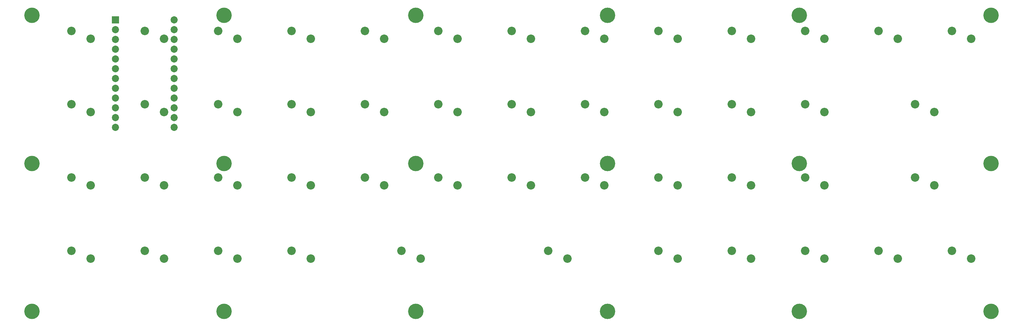
<source format=gts>
G04 Layer: TopSolderMaskLayer*
G04 EasyEDA v6.3.22, 2020-02-17T18:37:01+01:00*
G04 8ef9b12feb67497680a1b9269dc6658d,26ee6207a3b842de9ca16fdba9f4f307,10*
G04 Gerber Generator version 0.2*
G04 Scale: 100 percent, Rotated: No, Reflected: No *
G04 Dimensions in millimeters *
G04 leading zeros omitted , absolute positions ,3 integer and 3 decimal *
%FSLAX33Y33*%
%MOMM*%
G90*
G71D02*

%ADD26C,1.854200*%
%ADD28C,2.203196*%
%ADD29C,4.000017*%

%LPD*%
G54D26*
G01X24638Y50869D03*
G01X24638Y53409D03*
G01X24638Y55949D03*
G01X24638Y58489D03*
G01X24638Y61029D03*
G01X24638Y63569D03*
G01X24638Y66109D03*
G01X24638Y68649D03*
G01X24638Y71189D03*
G01X24638Y73729D03*
G01X24638Y76269D03*
G36*
G01X23710Y77881D02*
G01X23710Y79736D01*
G01X25565Y79736D01*
G01X25565Y77881D01*
G01X23710Y77881D01*
G37*
G01X39878Y78809D03*
G01X39878Y76269D03*
G01X39878Y73729D03*
G01X39878Y71189D03*
G01X39878Y68649D03*
G01X39878Y66109D03*
G01X39878Y63569D03*
G01X39878Y61029D03*
G01X39878Y58489D03*
G01X39878Y55949D03*
G01X39878Y53409D03*
G01X39878Y50869D03*
G54D28*
G01X13200Y75973D03*
G01X18200Y73874D03*
G01X32250Y75973D03*
G01X37250Y73874D03*
G01X51300Y75973D03*
G01X56300Y73874D03*
G01X70350Y75973D03*
G01X75350Y73874D03*
G01X89400Y75973D03*
G01X94400Y73874D03*
G01X108450Y75973D03*
G01X113450Y73874D03*
G01X127500Y75973D03*
G01X132500Y73874D03*
G01X146550Y75973D03*
G01X151550Y73874D03*
G01X165600Y75973D03*
G01X170600Y73874D03*
G01X184650Y75973D03*
G01X189650Y73874D03*
G01X203700Y75973D03*
G01X208700Y73874D03*
G01X222750Y75973D03*
G01X227750Y73874D03*
G01X241800Y75973D03*
G01X246800Y73874D03*
G01X13200Y56923D03*
G01X18200Y54824D03*
G01X32250Y56923D03*
G01X37250Y54824D03*
G01X51300Y56923D03*
G01X56300Y54824D03*
G01X70350Y56923D03*
G01X75350Y54824D03*
G01X89400Y56923D03*
G01X94400Y54824D03*
G01X108450Y56923D03*
G01X113450Y54824D03*
G01X127500Y56923D03*
G01X132500Y54824D03*
G01X146550Y56923D03*
G01X151550Y54824D03*
G01X165600Y56923D03*
G01X170600Y54824D03*
G01X184650Y56923D03*
G01X189650Y54824D03*
G01X203700Y56923D03*
G01X208700Y54824D03*
G01X13200Y37873D03*
G01X18200Y35774D03*
G01X32250Y37873D03*
G01X37250Y35774D03*
G01X51300Y37873D03*
G01X56300Y35774D03*
G01X70350Y37873D03*
G01X75350Y35774D03*
G01X89400Y37873D03*
G01X94400Y35774D03*
G01X108450Y37873D03*
G01X113450Y35774D03*
G01X127500Y37873D03*
G01X132500Y35774D03*
G01X146550Y37873D03*
G01X151550Y35774D03*
G01X165600Y37873D03*
G01X170600Y35774D03*
G01X184650Y37873D03*
G01X189650Y35774D03*
G01X203700Y37873D03*
G01X208700Y35774D03*
G01X13200Y18823D03*
G01X18200Y16724D03*
G01X32250Y18823D03*
G01X37250Y16724D03*
G01X51300Y18823D03*
G01X56300Y16724D03*
G01X70350Y18823D03*
G01X75350Y16724D03*
G01X165600Y18823D03*
G01X170600Y16724D03*
G01X184650Y18823D03*
G01X189650Y16724D03*
G01X203700Y18823D03*
G01X208700Y16724D03*
G01X222750Y18823D03*
G01X227750Y16724D03*
G01X241800Y18823D03*
G01X246800Y16724D03*
G01X232275Y56923D03*
G01X237275Y54824D03*
G01X232275Y37873D03*
G01X237275Y35774D03*
G01X98925Y18823D03*
G01X103925Y16724D03*
G01X137025Y18823D03*
G01X142025Y16724D03*
G54D29*
G01X2999Y80000D03*
G01X52798Y80000D03*
G01X102600Y80000D03*
G01X152400Y80000D03*
G01X202199Y80000D03*
G01X252001Y80000D03*
G01X2999Y41498D03*
G01X52798Y41498D03*
G01X102600Y41498D03*
G01X152400Y41498D03*
G01X202199Y41498D03*
G01X252001Y41498D03*
G01X2999Y3000D03*
G01X52798Y3000D03*
G01X102600Y3000D03*
G01X152400Y3000D03*
G01X202199Y3000D03*
G01X252001Y3000D03*
M00*
M02*

</source>
